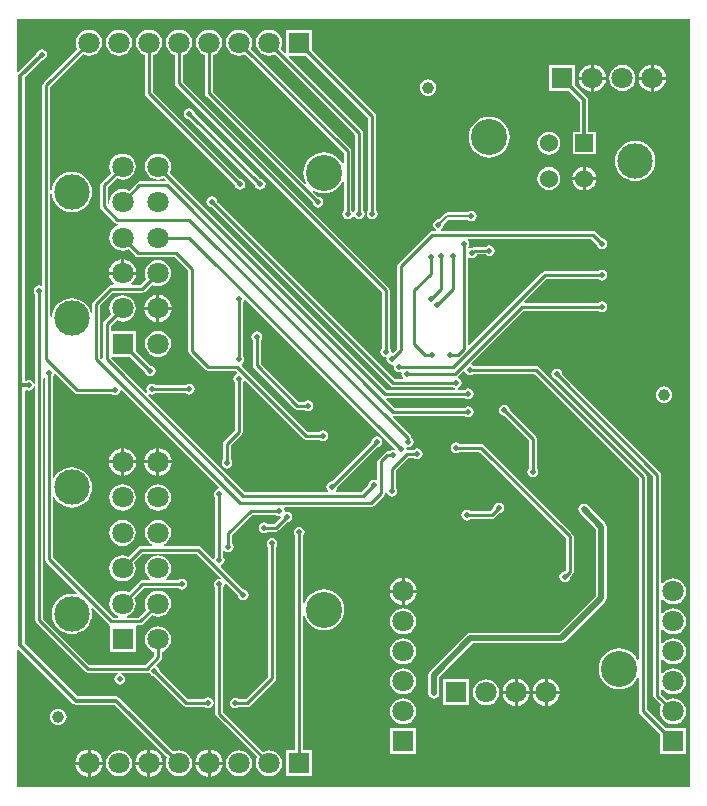
<source format=gbl>
G04*
G04 #@! TF.GenerationSoftware,Altium Limited,Altium Designer,20.0.11 (256)*
G04*
G04 Layer_Physical_Order=2*
G04 Layer_Color=16711680*
%FSLAX44Y44*%
%MOMM*%
G71*
G01*
G75*
%ADD10C,0.2000*%
%ADD12C,0.2500*%
%ADD18C,1.0000*%
%ADD50C,0.5000*%
%ADD53C,0.5000*%
%ADD55C,0.3000*%
%ADD56C,3.0480*%
%ADD57C,1.5300*%
%ADD58R,1.5300X1.5300*%
%ADD59C,3.0000*%
%ADD60R,1.8000X1.8000*%
%ADD61C,1.8000*%
%ADD62R,1.8000X1.8000*%
G36*
X570000Y0D02*
X0D01*
Y116157D01*
X1270Y116683D01*
X47477Y70477D01*
X48634Y69703D01*
X50000Y69431D01*
X82818D01*
X127398Y24851D01*
X126579Y22872D01*
X126201Y20001D01*
X126579Y17129D01*
X127687Y14453D01*
X129450Y12156D01*
X131748Y10392D01*
X134424Y9284D01*
X137295Y8906D01*
X140167Y9284D01*
X142843Y10392D01*
X145141Y12156D01*
X146904Y14453D01*
X148012Y17129D01*
X148390Y20001D01*
X148012Y22872D01*
X146904Y25548D01*
X145141Y27846D01*
X142843Y29609D01*
X140167Y30718D01*
X137295Y31096D01*
X134424Y30718D01*
X132445Y29898D01*
X86820Y75523D01*
X85662Y76297D01*
X84296Y76569D01*
X51478D01*
X6569Y121478D01*
Y335353D01*
X7839Y336032D01*
X8244Y335761D01*
X10000Y335412D01*
X11756Y335761D01*
X13244Y336756D01*
X14239Y338244D01*
X14416Y339136D01*
X15686Y339011D01*
Y141000D01*
X15939Y139732D01*
X16657Y138657D01*
X57657Y97657D01*
X58732Y96939D01*
X60000Y96686D01*
X86011D01*
X86136Y95416D01*
X85244Y95239D01*
X83756Y94244D01*
X82761Y92756D01*
X82412Y91000D01*
X82761Y89244D01*
X83756Y87756D01*
X85244Y86761D01*
X87000Y86412D01*
X88756Y86761D01*
X90244Y87756D01*
X91239Y89244D01*
X91588Y91000D01*
X91239Y92756D01*
X90244Y94244D01*
X88756Y95239D01*
X87864Y95416D01*
X87989Y96686D01*
X110000D01*
X110799Y96845D01*
X111712Y96594D01*
X112326Y96118D01*
X113196Y94816D01*
X114685Y93821D01*
X116318Y93496D01*
X141038Y68777D01*
X142113Y68059D01*
X143381Y67806D01*
X158860D01*
X160244Y66881D01*
X162000Y66532D01*
X163756Y66881D01*
X165244Y67876D01*
X166239Y69364D01*
X166588Y71120D01*
X166239Y72876D01*
X165244Y74364D01*
X163756Y75359D01*
X162000Y75708D01*
X160244Y75359D01*
X158860Y74434D01*
X144753D01*
X121004Y98182D01*
X120680Y99816D01*
X119685Y101304D01*
X118547Y102065D01*
X118184Y103498D01*
X121844Y107157D01*
X122562Y108232D01*
X122814Y109501D01*
Y114466D01*
X125048Y115392D01*
X127346Y117155D01*
X129109Y119453D01*
X130217Y122128D01*
X130596Y125000D01*
X130217Y127872D01*
X129109Y130547D01*
X127346Y132845D01*
X125048Y134608D01*
X122372Y135717D01*
X119501Y136095D01*
X116629Y135717D01*
X113953Y134608D01*
X111655Y132845D01*
X109892Y130547D01*
X108784Y127872D01*
X108406Y125000D01*
X108784Y122128D01*
X109892Y119453D01*
X111655Y117155D01*
X113953Y115392D01*
X116187Y114466D01*
Y110873D01*
X108628Y103314D01*
X61372D01*
X22314Y142373D01*
Y345154D01*
X23584Y345793D01*
X23686Y345717D01*
Y193000D01*
X23939Y191732D01*
X24657Y190657D01*
X51181Y164132D01*
X50528Y163043D01*
X49833Y163254D01*
X46501Y163582D01*
X43168Y163254D01*
X39964Y162282D01*
X37010Y160703D01*
X34422Y158579D01*
X32297Y155990D01*
X30719Y153037D01*
X29747Y149833D01*
X29418Y146500D01*
X29747Y143167D01*
X30719Y139963D01*
X32297Y137010D01*
X34422Y134421D01*
X37010Y132297D01*
X39964Y130718D01*
X43168Y129746D01*
X46501Y129418D01*
X49833Y129746D01*
X53038Y130718D01*
X55991Y132297D01*
X58580Y134421D01*
X60704Y137010D01*
X62283Y139963D01*
X63255Y143167D01*
X63583Y146500D01*
X63255Y149833D01*
X63044Y150528D01*
X64133Y151181D01*
X77657Y137657D01*
X78337Y137202D01*
X78501Y136000D01*
X78501Y135690D01*
Y114000D01*
X100501D01*
Y135416D01*
X100501Y136000D01*
X101486Y136686D01*
X104501D01*
X105769Y136939D01*
X106844Y137657D01*
X114395Y145208D01*
X116629Y144283D01*
X119501Y143905D01*
X122372Y144283D01*
X125048Y145392D01*
X127346Y147155D01*
X129109Y149453D01*
X130217Y152128D01*
X130596Y155000D01*
X130217Y157872D01*
X129109Y160548D01*
X127346Y162845D01*
X125048Y164608D01*
X122372Y165717D01*
X119501Y166095D01*
X116629Y165717D01*
X113953Y164608D01*
X111655Y162845D01*
X109892Y160548D01*
X108784Y157872D01*
X108406Y155000D01*
X108784Y152128D01*
X109709Y149895D01*
X103128Y143314D01*
X93350D01*
X93098Y144584D01*
X95048Y145392D01*
X97346Y147155D01*
X99109Y149453D01*
X100217Y152128D01*
X100596Y155000D01*
X100217Y157872D01*
X99292Y160105D01*
X107323Y168136D01*
X136559D01*
X137944Y167211D01*
X139700Y166862D01*
X141456Y167211D01*
X142944Y168206D01*
X143939Y169694D01*
X144288Y171450D01*
X143939Y173206D01*
X142944Y174694D01*
X141456Y175689D01*
X139700Y176038D01*
X137944Y175689D01*
X136559Y174764D01*
X126316D01*
X125885Y176034D01*
X127346Y177155D01*
X129109Y179453D01*
X130217Y182128D01*
X130596Y185000D01*
X130217Y187872D01*
X129109Y190547D01*
X127346Y192845D01*
X125048Y194608D01*
X122372Y195717D01*
X119642Y196076D01*
X119725Y197346D01*
X152297D01*
X172525Y177119D01*
X171899Y175949D01*
X171450Y176038D01*
X169694Y175689D01*
X168206Y174694D01*
X167211Y173206D01*
X166862Y171450D01*
X167211Y169694D01*
X168136Y168309D01*
Y62046D01*
X168389Y60778D01*
X169107Y59703D01*
X203706Y25104D01*
X202780Y22871D01*
X202402Y19999D01*
X202780Y17128D01*
X203889Y14452D01*
X205652Y12154D01*
X207950Y10391D01*
X210625Y9282D01*
X213497Y8904D01*
X216369Y9282D01*
X219044Y10391D01*
X221342Y12154D01*
X223106Y14452D01*
X224214Y17128D01*
X224592Y19999D01*
X224214Y22871D01*
X223106Y25547D01*
X221342Y27845D01*
X219044Y29608D01*
X216369Y30716D01*
X213497Y31094D01*
X210625Y30716D01*
X208392Y29791D01*
X174764Y63419D01*
Y168309D01*
X175689Y169694D01*
X176038Y171450D01*
X175949Y171899D01*
X177119Y172525D01*
X187206Y162438D01*
X187531Y160804D01*
X188526Y159316D01*
X190014Y158321D01*
X191770Y157972D01*
X193526Y158321D01*
X195014Y159316D01*
X196009Y160804D01*
X196358Y162560D01*
X196009Y164316D01*
X195014Y165804D01*
X193526Y166799D01*
X191892Y167124D01*
X172808Y186208D01*
X173078Y187416D01*
X173251Y187561D01*
X174694Y188526D01*
X175689Y190014D01*
X176038Y191770D01*
X175689Y193526D01*
X174764Y194911D01*
Y199259D01*
X175256Y199582D01*
X176034Y199817D01*
X177314Y198961D01*
X179070Y198612D01*
X180826Y198961D01*
X182314Y199956D01*
X183309Y201444D01*
X183658Y203200D01*
X183309Y204956D01*
X182384Y206341D01*
Y213258D01*
X199493Y230366D01*
X219109D01*
X220494Y229441D01*
X222250Y229092D01*
X222699Y229181D01*
X223325Y228011D01*
X217992Y222679D01*
X212346D01*
X210961Y223604D01*
X209205Y223953D01*
X207449Y223604D01*
X205961Y222609D01*
X204966Y221121D01*
X204617Y219365D01*
X204966Y217609D01*
X205961Y216121D01*
X207449Y215126D01*
X209205Y214777D01*
X210961Y215126D01*
X212346Y216051D01*
X219365D01*
X220633Y216304D01*
X221708Y217022D01*
X228722Y224036D01*
X230356Y224361D01*
X231844Y225356D01*
X232839Y226844D01*
X233188Y228600D01*
X232839Y230356D01*
X231844Y231844D01*
X230356Y232839D01*
X228600Y233188D01*
X228012Y233071D01*
X226838Y233680D01*
X226489Y235436D01*
X226382Y235596D01*
X226980Y236716D01*
X299720D01*
X300988Y236969D01*
X302063Y237687D01*
X310953Y246577D01*
X311671Y247652D01*
X311924Y248920D01*
X313174Y248872D01*
X313261Y248434D01*
X314256Y246946D01*
X315744Y245951D01*
X317500Y245602D01*
X319256Y245951D01*
X320744Y246946D01*
X321739Y248434D01*
X322088Y250190D01*
X321739Y251946D01*
X320814Y253330D01*
Y267868D01*
X331573Y278626D01*
X335950D01*
X337334Y277701D01*
X339090Y277352D01*
X340846Y277701D01*
X342334Y278696D01*
X343329Y280184D01*
X343678Y281940D01*
X343329Y283696D01*
X342334Y285184D01*
X340846Y286179D01*
X339090Y286528D01*
X337334Y286179D01*
X335950Y285254D01*
X330984D01*
X330230Y285567D01*
X329873Y286807D01*
X330702Y287665D01*
X331470Y287512D01*
X333226Y287861D01*
X334714Y288856D01*
X335709Y290344D01*
X336058Y292100D01*
X335709Y293856D01*
X334714Y295344D01*
X334191Y295694D01*
X334053Y296387D01*
X333335Y297461D01*
X317690Y313106D01*
X318316Y314277D01*
X318770Y314186D01*
X379129D01*
X380514Y313261D01*
X382270Y312912D01*
X384026Y313261D01*
X385514Y314256D01*
X386509Y315744D01*
X386858Y317500D01*
X386509Y319256D01*
X385514Y320744D01*
X384026Y321739D01*
X382270Y322088D01*
X380514Y321739D01*
X379129Y320814D01*
X320143D01*
X312800Y328156D01*
X313326Y329426D01*
X379129D01*
X380514Y328501D01*
X382270Y328152D01*
X384026Y328501D01*
X385514Y329496D01*
X386509Y330984D01*
X386858Y332740D01*
X386509Y334496D01*
X385514Y335984D01*
X384026Y336979D01*
X382270Y337328D01*
X380514Y336979D01*
X379129Y336054D01*
X373652D01*
X373527Y337324D01*
X373866Y337391D01*
X375354Y338386D01*
X376349Y339874D01*
X376698Y341630D01*
X376349Y343386D01*
X375354Y344874D01*
X373866Y345869D01*
X373783Y345885D01*
X373511Y347234D01*
X377978Y351702D01*
X379186Y351432D01*
X379331Y351259D01*
X380296Y349816D01*
X381784Y348821D01*
X383540Y348472D01*
X385296Y348821D01*
X386680Y349746D01*
X438047D01*
X526686Y261107D01*
Y108048D01*
X525416Y107730D01*
X524404Y109624D01*
X522249Y112249D01*
X519624Y114404D01*
X516629Y116005D01*
X513380Y116990D01*
X510000Y117323D01*
X506620Y116990D01*
X503371Y116005D01*
X500376Y114404D01*
X497751Y112249D01*
X495596Y109624D01*
X493995Y106629D01*
X493009Y103380D01*
X492677Y100000D01*
X493009Y96620D01*
X493995Y93371D01*
X495596Y90376D01*
X497751Y87751D01*
X500376Y85596D01*
X503371Y83995D01*
X506620Y83010D01*
X510000Y82677D01*
X513380Y83010D01*
X516629Y83995D01*
X519624Y85596D01*
X522249Y87751D01*
X524404Y90376D01*
X525416Y92270D01*
X526686Y91952D01*
Y64100D01*
X526939Y62832D01*
X527657Y61757D01*
X544601Y44813D01*
Y27500D01*
X566601D01*
Y49500D01*
X549287D01*
X533314Y65473D01*
Y262480D01*
X533061Y263748D01*
X532343Y264823D01*
X441763Y355403D01*
X440688Y356121D01*
X439420Y356374D01*
X386680D01*
X385341Y357269D01*
X385168Y357414D01*
X384898Y358622D01*
X429363Y403086D01*
X492160D01*
X493544Y402161D01*
X495300Y401812D01*
X497056Y402161D01*
X498544Y403156D01*
X499539Y404644D01*
X499888Y406400D01*
X499539Y408156D01*
X498544Y409644D01*
X497056Y410639D01*
X495300Y410988D01*
X493544Y410639D01*
X492160Y409714D01*
X430029D01*
X429543Y410887D01*
X448413Y429756D01*
X492160D01*
X493544Y428831D01*
X495300Y428482D01*
X497056Y428831D01*
X498544Y429826D01*
X499539Y431314D01*
X499888Y433070D01*
X499539Y434826D01*
X498544Y436314D01*
X497056Y437309D01*
X495300Y437658D01*
X493544Y437309D01*
X492160Y436384D01*
X447040D01*
X445772Y436131D01*
X444697Y435413D01*
X382947Y373663D01*
X381774Y374149D01*
Y447397D01*
X382894Y447995D01*
X383244Y447761D01*
X385000Y447412D01*
X386756Y447761D01*
X388244Y448756D01*
X389239Y450244D01*
X389327Y450686D01*
X396860D01*
X398244Y449761D01*
X400000Y449412D01*
X401756Y449761D01*
X403244Y450756D01*
X404239Y452244D01*
X404588Y454000D01*
X404239Y455756D01*
X403244Y457244D01*
X401756Y458239D01*
X400000Y458588D01*
X398244Y458239D01*
X396860Y457314D01*
X387677D01*
X386408Y457061D01*
X385540Y456481D01*
X385000Y456588D01*
X383244Y456239D01*
X382912Y456017D01*
X381996Y456932D01*
X382699Y457984D01*
X383048Y459740D01*
X382699Y461496D01*
X381843Y462776D01*
X382078Y463554D01*
X382401Y464046D01*
X486307D01*
X490736Y459618D01*
X491061Y457984D01*
X492056Y456496D01*
X493544Y455501D01*
X495300Y455152D01*
X497056Y455501D01*
X498544Y456496D01*
X499539Y457984D01*
X499888Y459740D01*
X499539Y461496D01*
X498544Y462984D01*
X497056Y463979D01*
X495422Y464304D01*
X490023Y469703D01*
X488948Y470421D01*
X487680Y470674D01*
X359303D01*
X359029Y471944D01*
X360244Y472756D01*
X361239Y474244D01*
X361588Y476000D01*
X361545Y476219D01*
X365537Y480211D01*
X381518D01*
X381642Y480026D01*
X383130Y479031D01*
X384886Y478682D01*
X386642Y479031D01*
X388130Y480026D01*
X389125Y481514D01*
X389474Y483270D01*
X389125Y485026D01*
X388130Y486514D01*
X386642Y487509D01*
X384886Y487858D01*
X383130Y487509D01*
X381642Y486514D01*
X381518Y486329D01*
X364270D01*
X364270Y486329D01*
X363100Y486096D01*
X362107Y485433D01*
X362107Y485433D01*
X357219Y480545D01*
X357000Y480588D01*
X355244Y480239D01*
X353756Y479244D01*
X352761Y477756D01*
X352412Y476000D01*
X352761Y474244D01*
X353756Y472756D01*
X354971Y471944D01*
X354697Y470674D01*
X351790D01*
X350522Y470421D01*
X349447Y469703D01*
X322777Y443033D01*
X322059Y441958D01*
X321806Y440690D01*
Y370942D01*
X318089Y367225D01*
X316919Y367851D01*
X317008Y368300D01*
X316659Y370056D01*
X315734Y371441D01*
Y420370D01*
X315481Y421638D01*
X314763Y422713D01*
X140474Y597002D01*
Y619411D01*
X142843Y620392D01*
X145141Y622156D01*
X146904Y624453D01*
X148012Y627129D01*
X148390Y630001D01*
X148012Y632872D01*
X146904Y635548D01*
X145141Y637846D01*
X142843Y639609D01*
X140167Y640718D01*
X137295Y641096D01*
X134424Y640718D01*
X131748Y639609D01*
X129450Y637846D01*
X127687Y635548D01*
X126579Y632872D01*
X126201Y630001D01*
X126579Y627129D01*
X127687Y624453D01*
X129450Y622156D01*
X131748Y620392D01*
X133846Y619523D01*
Y595630D01*
X134099Y594362D01*
X134817Y593287D01*
X309106Y418997D01*
Y371441D01*
X308181Y370056D01*
X307832Y368300D01*
X308181Y366544D01*
X309176Y365056D01*
X310664Y364061D01*
X312420Y363712D01*
X313029Y362538D01*
X312912Y361950D01*
X313261Y360194D01*
X314256Y358706D01*
X315744Y357711D01*
X317500Y357362D01*
X318351Y357531D01*
X319431Y356451D01*
X319262Y355600D01*
X319611Y353844D01*
X320606Y352356D01*
X322094Y351361D01*
X323850Y351012D01*
X324701Y351181D01*
X325781Y350101D01*
X325612Y349250D01*
X325961Y347494D01*
X326817Y346214D01*
X326582Y345435D01*
X326259Y344944D01*
X320143D01*
X169664Y495422D01*
X169339Y497056D01*
X168344Y498544D01*
X166856Y499539D01*
X165100Y499888D01*
X163344Y499539D01*
X161856Y498544D01*
X160861Y497056D01*
X160512Y495300D01*
X160861Y493544D01*
X161856Y492056D01*
X163344Y491061D01*
X164978Y490736D01*
X316427Y339287D01*
X317502Y338569D01*
X318770Y338316D01*
X368969D01*
X370354Y337391D01*
X370693Y337324D01*
X370568Y336054D01*
X313132D01*
X129292Y519895D01*
X130217Y522128D01*
X130595Y525000D01*
X130217Y527872D01*
X129108Y530547D01*
X127345Y532845D01*
X125048Y534608D01*
X122372Y535717D01*
X119500Y536095D01*
X116628Y535717D01*
X113953Y534608D01*
X111655Y532845D01*
X109892Y530547D01*
X108783Y527872D01*
X108405Y525000D01*
X108783Y522128D01*
X109892Y519453D01*
X111655Y517155D01*
X113953Y515392D01*
X116628Y514283D01*
X119500Y513905D01*
X122372Y514283D01*
X124605Y515208D01*
X125960Y513854D01*
X125434Y512584D01*
X103770D01*
X102502Y512331D01*
X101427Y511613D01*
X94605Y504792D01*
X92372Y505717D01*
X89500Y506095D01*
X86629Y505717D01*
X83953Y504608D01*
X81655Y502845D01*
X79892Y500547D01*
X78783Y497872D01*
X78405Y495000D01*
X78535Y494012D01*
X77351Y493280D01*
X76974Y493536D01*
Y507787D01*
X84395Y515208D01*
X86629Y514283D01*
X89500Y513905D01*
X92372Y514283D01*
X95048Y515392D01*
X97345Y517155D01*
X99108Y519453D01*
X100217Y522128D01*
X100595Y525000D01*
X100217Y527872D01*
X99108Y530547D01*
X97345Y532845D01*
X95048Y534608D01*
X92372Y535717D01*
X89500Y536095D01*
X86629Y535717D01*
X83953Y534608D01*
X81655Y532845D01*
X79892Y530547D01*
X78783Y527872D01*
X78405Y525000D01*
X78783Y522128D01*
X79708Y519895D01*
X71317Y511503D01*
X70599Y510428D01*
X70346Y509160D01*
Y491490D01*
X70599Y490222D01*
X71317Y489147D01*
X82747Y477717D01*
X83822Y476999D01*
X85090Y476746D01*
X85795D01*
X86048Y475476D01*
X83953Y474608D01*
X81655Y472845D01*
X79892Y470547D01*
X78783Y467872D01*
X78405Y465000D01*
X78783Y462128D01*
X79892Y459453D01*
X81655Y457155D01*
X83953Y455392D01*
X86629Y454283D01*
X89500Y453905D01*
X92372Y454283D01*
X94605Y455208D01*
X100157Y449657D01*
X101232Y448939D01*
X102500Y448686D01*
X133628D01*
X145276Y437038D01*
Y368935D01*
X145529Y367667D01*
X146247Y366592D01*
X159582Y353257D01*
X160657Y352539D01*
X161925Y352286D01*
X185317D01*
X186602Y351002D01*
X186332Y349794D01*
X186159Y349649D01*
X184716Y348684D01*
X183721Y347196D01*
X183372Y345440D01*
X183721Y343684D01*
X184646Y342299D01*
Y301969D01*
X175657Y292979D01*
X174939Y291904D01*
X174686Y290636D01*
Y277141D01*
X173761Y275756D01*
X173412Y274000D01*
X173761Y272244D01*
X174756Y270756D01*
X176244Y269761D01*
X178000Y269412D01*
X179756Y269761D01*
X181244Y270756D01*
X182239Y272244D01*
X182588Y274000D01*
X182239Y275756D01*
X181314Y277141D01*
Y289264D01*
X190303Y298253D01*
X191021Y299328D01*
X191274Y300596D01*
Y342299D01*
X192169Y343639D01*
X192314Y343812D01*
X193522Y344082D01*
X242767Y294837D01*
X243842Y294119D01*
X245110Y293866D01*
X255940D01*
X257324Y292941D01*
X259080Y292592D01*
X260836Y292941D01*
X262324Y293936D01*
X263319Y295424D01*
X263668Y297180D01*
X263319Y298936D01*
X262324Y300424D01*
X260836Y301419D01*
X259080Y301768D01*
X257324Y301419D01*
X255940Y300494D01*
X246483D01*
X190338Y356638D01*
X190522Y358250D01*
X191204Y358706D01*
X192199Y360194D01*
X192548Y361950D01*
X192199Y363706D01*
X191274Y365090D01*
Y409609D01*
X192199Y410994D01*
X192397Y411991D01*
X193775Y412409D01*
X319844Y286339D01*
X319219Y285169D01*
X318770Y285258D01*
X317014Y284909D01*
X315630Y283984D01*
X313690D01*
X312422Y283731D01*
X311347Y283013D01*
X306267Y277933D01*
X305549Y276858D01*
X305296Y275590D01*
Y260000D01*
X304176Y259402D01*
X304016Y259509D01*
X302260Y259858D01*
X300504Y259509D01*
X299016Y258514D01*
X298021Y257026D01*
X297696Y255392D01*
X291998Y249694D01*
X270641D01*
X270318Y250186D01*
X270083Y250964D01*
X270939Y252244D01*
X271264Y253878D01*
X304922Y287536D01*
X306556Y287861D01*
X308044Y288856D01*
X309039Y290344D01*
X309388Y292100D01*
X309039Y293856D01*
X308044Y295344D01*
X306556Y296339D01*
X304800Y296688D01*
X303044Y296339D01*
X301556Y295344D01*
X300561Y293856D01*
X300236Y292222D01*
X266578Y258564D01*
X264944Y258239D01*
X263456Y257244D01*
X262461Y255756D01*
X262112Y254000D01*
X262461Y252244D01*
X263317Y250964D01*
X263082Y250186D01*
X262759Y249694D01*
X193143D01*
X111062Y331774D01*
X111872Y332760D01*
X112544Y332311D01*
X114300Y331962D01*
X116056Y332311D01*
X117441Y333236D01*
X142909D01*
X144294Y332311D01*
X146050Y331962D01*
X147806Y332311D01*
X149294Y333306D01*
X150289Y334794D01*
X150638Y336550D01*
X150289Y338306D01*
X149294Y339794D01*
X147806Y340789D01*
X146050Y341138D01*
X144294Y340789D01*
X142909Y339864D01*
X117441D01*
X116056Y340789D01*
X114300Y341138D01*
X112544Y340789D01*
X111056Y339794D01*
X110061Y338306D01*
X109712Y336550D01*
X110061Y334794D01*
X110510Y334122D01*
X109524Y333312D01*
X80106Y362730D01*
X80632Y364000D01*
X95814D01*
X108560Y351254D01*
X108761Y350244D01*
X109756Y348756D01*
X111244Y347761D01*
X113000Y347412D01*
X114756Y347761D01*
X116244Y348756D01*
X117239Y350244D01*
X117588Y352000D01*
X117239Y353756D01*
X116244Y355244D01*
X114756Y356239D01*
X113000Y356588D01*
X112665Y356521D01*
X100500Y368686D01*
Y386000D01*
X79514D01*
Y390327D01*
X84395Y395208D01*
X86629Y394283D01*
X89500Y393905D01*
X92372Y394283D01*
X95048Y395392D01*
X97345Y397155D01*
X99108Y399453D01*
X100217Y402128D01*
X100595Y405000D01*
X100217Y407872D01*
X99108Y410547D01*
X97345Y412845D01*
X95048Y414608D01*
X92372Y415717D01*
X89500Y416095D01*
X86629Y415717D01*
X83953Y414608D01*
X81655Y412845D01*
X79892Y410547D01*
X78783Y407872D01*
X78405Y405000D01*
X78783Y402128D01*
X79708Y399895D01*
X73857Y394043D01*
X73139Y392968D01*
X72886Y391700D01*
Y362856D01*
X71616Y362330D01*
X70624Y363322D01*
Y407567D01*
X81383Y418326D01*
X106140D01*
X107408Y418579D01*
X108483Y419297D01*
X114395Y425208D01*
X116628Y424283D01*
X119500Y423905D01*
X122372Y424283D01*
X125048Y425392D01*
X127345Y427155D01*
X129108Y429453D01*
X130217Y432128D01*
X130595Y435000D01*
X130217Y437872D01*
X129108Y440547D01*
X127345Y442845D01*
X125048Y444608D01*
X122372Y445717D01*
X119500Y446095D01*
X116628Y445717D01*
X113953Y444608D01*
X111655Y442845D01*
X109892Y440547D01*
X108783Y437872D01*
X108405Y435000D01*
X108783Y432128D01*
X109708Y429895D01*
X104768Y424954D01*
X97339D01*
X96931Y426156D01*
X97730Y426770D01*
X99580Y429180D01*
X100743Y431987D01*
X100972Y433730D01*
X89500D01*
X78028D01*
X78257Y431987D01*
X79420Y429180D01*
X81270Y426770D01*
X82069Y426156D01*
X81661Y424954D01*
X80010D01*
X78742Y424701D01*
X77667Y423983D01*
X64967Y411283D01*
X64249Y410208D01*
X63996Y408940D01*
Y401761D01*
X62726Y401572D01*
X62282Y403037D01*
X60703Y405990D01*
X58579Y408579D01*
X55990Y410703D01*
X53037Y412282D01*
X49833Y413254D01*
X46500Y413582D01*
X43168Y413254D01*
X39963Y412282D01*
X37010Y410703D01*
X34421Y408579D01*
X32297Y405990D01*
X30718Y403037D01*
X29746Y399833D01*
X29584Y398184D01*
X28314Y398246D01*
Y501754D01*
X29584Y501816D01*
X29746Y500167D01*
X30718Y496963D01*
X32297Y494010D01*
X34421Y491421D01*
X37010Y489297D01*
X39963Y487718D01*
X43168Y486746D01*
X46500Y486418D01*
X49833Y486746D01*
X53037Y487718D01*
X55990Y489297D01*
X58579Y491421D01*
X60703Y494010D01*
X62282Y496963D01*
X63254Y500167D01*
X63582Y503500D01*
X63254Y506833D01*
X62282Y510037D01*
X60703Y512990D01*
X58579Y515579D01*
X55990Y517703D01*
X53037Y519282D01*
X49833Y520254D01*
X46500Y520582D01*
X43168Y520254D01*
X39963Y519282D01*
X37010Y517703D01*
X34421Y515579D01*
X32297Y512990D01*
X30718Y510037D01*
X29746Y506833D01*
X29584Y505184D01*
X28314Y505247D01*
Y592531D01*
X55991Y620208D01*
X58225Y619283D01*
X61097Y618905D01*
X63968Y619283D01*
X66644Y620392D01*
X68942Y622155D01*
X70705Y624453D01*
X71814Y627128D01*
X72192Y630000D01*
X71814Y632872D01*
X70705Y635547D01*
X68942Y637845D01*
X66644Y639608D01*
X63968Y640717D01*
X61097Y641095D01*
X58225Y640717D01*
X55549Y639608D01*
X53251Y637845D01*
X51488Y635547D01*
X50380Y632872D01*
X50002Y630000D01*
X50380Y627128D01*
X51305Y624895D01*
X22657Y596246D01*
X21939Y595172D01*
X21686Y593903D01*
Y425028D01*
X20416Y424306D01*
X19000Y424588D01*
X17244Y424239D01*
X15756Y423244D01*
X14761Y421756D01*
X14412Y420000D01*
X14761Y418244D01*
X15686Y416860D01*
Y340989D01*
X14416Y340864D01*
X14239Y341756D01*
X13244Y343244D01*
X11756Y344239D01*
X10000Y344588D01*
X8244Y344239D01*
X7839Y343968D01*
X6569Y344647D01*
Y600522D01*
X21572Y615526D01*
X22756Y615761D01*
X24244Y616756D01*
X25239Y618244D01*
X25588Y620000D01*
X25239Y621756D01*
X24244Y623244D01*
X22756Y624239D01*
X21000Y624588D01*
X19244Y624239D01*
X17756Y623244D01*
X16761Y621756D01*
X16526Y620572D01*
X1270Y605317D01*
X0Y605843D01*
Y650000D01*
X570000D01*
Y0D01*
D02*
G37*
G36*
X49007Y333657D02*
X50082Y332939D01*
X51350Y332686D01*
X79859D01*
X81244Y331761D01*
X83000Y331412D01*
X84756Y331761D01*
X86244Y332756D01*
X87239Y334244D01*
X87454Y335324D01*
X88832Y335742D01*
X171109Y253465D01*
X170691Y252087D01*
X169694Y251889D01*
X168206Y250894D01*
X167211Y249406D01*
X166862Y247650D01*
X167211Y245894D01*
X168136Y244510D01*
Y194911D01*
X167241Y193571D01*
X167096Y193398D01*
X165888Y193128D01*
X156013Y203003D01*
X154938Y203721D01*
X153670Y203974D01*
X124944D01*
X124691Y205244D01*
X125048Y205392D01*
X127346Y207155D01*
X129109Y209453D01*
X130217Y212129D01*
X130596Y215000D01*
X130217Y217872D01*
X129109Y220548D01*
X127346Y222845D01*
X125048Y224608D01*
X122372Y225717D01*
X119501Y226095D01*
X116629Y225717D01*
X113953Y224608D01*
X111655Y222845D01*
X109892Y220548D01*
X108784Y217872D01*
X108406Y215000D01*
X108784Y212129D01*
X109892Y209453D01*
X111655Y207155D01*
X113953Y205392D01*
X114310Y205244D01*
X114058Y203974D01*
X105161D01*
X103892Y203721D01*
X102817Y203003D01*
X94606Y194792D01*
X92372Y195717D01*
X89501Y196095D01*
X86629Y195717D01*
X83953Y194608D01*
X81655Y192845D01*
X79892Y190547D01*
X78784Y187872D01*
X78406Y185000D01*
X78784Y182128D01*
X79892Y179453D01*
X81655Y177155D01*
X83953Y175392D01*
X86629Y174283D01*
X89501Y173905D01*
X92372Y174283D01*
X95048Y175392D01*
X97346Y177155D01*
X99109Y179453D01*
X100217Y182128D01*
X100596Y185000D01*
X100217Y187872D01*
X99292Y190105D01*
X106533Y197346D01*
X119276D01*
X119360Y196076D01*
X116629Y195717D01*
X113953Y194608D01*
X111655Y192845D01*
X109892Y190547D01*
X108784Y187872D01*
X108406Y185000D01*
X108784Y182128D01*
X109892Y179453D01*
X111655Y177155D01*
X113116Y176034D01*
X112685Y174764D01*
X105951D01*
X104683Y174511D01*
X103608Y173793D01*
X94606Y164792D01*
X92372Y165717D01*
X89501Y166095D01*
X86629Y165717D01*
X83953Y164608D01*
X81655Y162845D01*
X79892Y160548D01*
X78784Y157872D01*
X78406Y155000D01*
X78784Y152128D01*
X79892Y149453D01*
X81655Y147155D01*
X83953Y145392D01*
X85904Y144584D01*
X85651Y143314D01*
X81373D01*
X30314Y194373D01*
Y245026D01*
X31584Y245345D01*
X32297Y244010D01*
X34422Y241421D01*
X37010Y239297D01*
X39964Y237718D01*
X43168Y236746D01*
X46501Y236418D01*
X49833Y236746D01*
X53038Y237718D01*
X55991Y239297D01*
X58580Y241421D01*
X60704Y244010D01*
X62283Y246963D01*
X63255Y250167D01*
X63583Y253500D01*
X63255Y256833D01*
X62283Y260037D01*
X60704Y262990D01*
X58580Y265579D01*
X55991Y267703D01*
X53038Y269282D01*
X49833Y270254D01*
X46501Y270582D01*
X43168Y270254D01*
X39964Y269282D01*
X37010Y267703D01*
X34422Y265579D01*
X32297Y262990D01*
X31584Y261655D01*
X30314Y261973D01*
Y346860D01*
X31239Y348244D01*
X31469Y349399D01*
X32814Y349849D01*
X49007Y333657D01*
D02*
G37*
%LPC*%
G36*
X86497Y641095D02*
X83625Y640717D01*
X80949Y639608D01*
X78651Y637845D01*
X76888Y635547D01*
X75780Y632872D01*
X75402Y630000D01*
X75780Y627128D01*
X76888Y624453D01*
X78651Y622155D01*
X80949Y620392D01*
X83625Y619283D01*
X86497Y618905D01*
X89368Y619283D01*
X92044Y620392D01*
X94342Y622155D01*
X96105Y624453D01*
X97213Y627128D01*
X97591Y630000D01*
X97213Y632872D01*
X96105Y635547D01*
X94342Y637845D01*
X92044Y639608D01*
X89368Y640717D01*
X86497Y641095D01*
D02*
G37*
G36*
X539370Y611472D02*
Y601270D01*
X549572D01*
X549343Y603013D01*
X548180Y605820D01*
X546330Y608230D01*
X543920Y610080D01*
X541113Y611243D01*
X539370Y611472D01*
D02*
G37*
G36*
X488570D02*
Y601270D01*
X498772D01*
X498543Y603013D01*
X497380Y605820D01*
X495530Y608230D01*
X493120Y610080D01*
X490312Y611243D01*
X488570Y611472D01*
D02*
G37*
G36*
X536830Y611472D02*
X535087Y611243D01*
X532280Y610080D01*
X529870Y608230D01*
X528020Y605820D01*
X526857Y603013D01*
X526628Y601270D01*
X536830D01*
Y611472D01*
D02*
G37*
G36*
X486030D02*
X484287Y611243D01*
X481480Y610080D01*
X479070Y608230D01*
X477220Y605820D01*
X476057Y603013D01*
X475828Y601270D01*
X486030D01*
Y611472D01*
D02*
G37*
G36*
X512700Y611095D02*
X509828Y610717D01*
X507153Y609608D01*
X504855Y607845D01*
X503092Y605547D01*
X501983Y602872D01*
X501605Y600000D01*
X501983Y597128D01*
X503092Y594453D01*
X504855Y592155D01*
X507153Y590392D01*
X509828Y589283D01*
X512700Y588905D01*
X515572Y589283D01*
X518247Y590392D01*
X520545Y592155D01*
X522309Y594453D01*
X523417Y597128D01*
X523795Y600000D01*
X523417Y602872D01*
X522309Y605547D01*
X520545Y607845D01*
X518247Y609608D01*
X515572Y610717D01*
X512700Y611095D01*
D02*
G37*
G36*
X536830Y598730D02*
X526628D01*
X526857Y596987D01*
X528020Y594180D01*
X529870Y591770D01*
X532280Y589920D01*
X535087Y588757D01*
X536830Y588528D01*
Y598730D01*
D02*
G37*
G36*
X486030D02*
X475828D01*
X476057Y596987D01*
X477220Y594180D01*
X479070Y591770D01*
X481480Y589920D01*
X484287Y588757D01*
X486030Y588528D01*
Y598730D01*
D02*
G37*
G36*
X549572D02*
X539370D01*
Y588528D01*
X541113Y588757D01*
X543920Y589920D01*
X546330Y591770D01*
X548180Y594180D01*
X549343Y596987D01*
X549572Y598730D01*
D02*
G37*
G36*
X498772D02*
X488570D01*
Y588528D01*
X490312Y588757D01*
X493120Y589920D01*
X495530Y591770D01*
X497380Y594180D01*
X498543Y596987D01*
X498772Y598730D01*
D02*
G37*
G36*
X348000Y599060D02*
X346173Y598820D01*
X344470Y598115D01*
X343008Y596992D01*
X341885Y595530D01*
X341180Y593827D01*
X340940Y592000D01*
X341180Y590173D01*
X341885Y588470D01*
X343008Y587007D01*
X344470Y585886D01*
X346173Y585180D01*
X348000Y584940D01*
X349827Y585180D01*
X351530Y585886D01*
X352993Y587007D01*
X354114Y588470D01*
X354820Y590173D01*
X355060Y592000D01*
X354820Y593827D01*
X354114Y595530D01*
X352993Y596992D01*
X351530Y598115D01*
X349827Y598820D01*
X348000Y599060D01*
D02*
G37*
G36*
X472900Y611000D02*
X450900D01*
Y589000D01*
X467853D01*
X476831Y580022D01*
Y554650D01*
X470750D01*
Y535350D01*
X490050D01*
Y554650D01*
X483969D01*
Y581500D01*
X483697Y582866D01*
X482923Y584023D01*
X472900Y594047D01*
Y611000D01*
D02*
G37*
G36*
X450400Y554733D02*
X447881Y554402D01*
X445533Y553429D01*
X443517Y551883D01*
X441971Y549867D01*
X440998Y547519D01*
X440667Y545000D01*
X440998Y542481D01*
X441971Y540133D01*
X443517Y538118D01*
X445533Y536571D01*
X447881Y535598D01*
X450400Y535267D01*
X452919Y535598D01*
X455267Y536571D01*
X457282Y538118D01*
X458829Y540133D01*
X459802Y542481D01*
X460133Y545000D01*
X459802Y547519D01*
X458829Y549867D01*
X457282Y551883D01*
X455267Y553429D01*
X452919Y554402D01*
X450400Y554733D01*
D02*
G37*
G36*
X400000Y567323D02*
X396620Y566991D01*
X393371Y566005D01*
X390376Y564404D01*
X387751Y562249D01*
X385596Y559624D01*
X383995Y556629D01*
X383009Y553380D01*
X382677Y550000D01*
X383009Y546620D01*
X383995Y543371D01*
X385596Y540376D01*
X387751Y537751D01*
X390376Y535596D01*
X393371Y533995D01*
X396620Y533009D01*
X400000Y532677D01*
X403380Y533009D01*
X406629Y533995D01*
X409624Y535596D01*
X412249Y537751D01*
X414404Y540376D01*
X416005Y543371D01*
X416991Y546620D01*
X417323Y550000D01*
X416991Y553380D01*
X416005Y556629D01*
X414404Y559624D01*
X412249Y562249D01*
X409624Y564404D01*
X406629Y566005D01*
X403380Y566991D01*
X400000Y567323D01*
D02*
G37*
G36*
X481670Y525111D02*
Y516270D01*
X490511D01*
X490328Y517660D01*
X489301Y520139D01*
X487668Y522268D01*
X485539Y523901D01*
X483060Y524928D01*
X481670Y525111D01*
D02*
G37*
G36*
X479130D02*
X477740Y524928D01*
X475261Y523901D01*
X473132Y522268D01*
X471499Y520139D01*
X470472Y517660D01*
X470289Y516270D01*
X479130D01*
Y525111D01*
D02*
G37*
G36*
X523600Y547082D02*
X520267Y546754D01*
X517063Y545782D01*
X514110Y544203D01*
X511521Y542079D01*
X509397Y539490D01*
X507818Y536537D01*
X506846Y533333D01*
X506518Y530000D01*
X506846Y526668D01*
X507818Y523463D01*
X509397Y520510D01*
X511521Y517921D01*
X514110Y515797D01*
X517063Y514218D01*
X520267Y513246D01*
X523600Y512918D01*
X526933Y513246D01*
X530137Y514218D01*
X533090Y515797D01*
X535679Y517921D01*
X537803Y520510D01*
X539382Y523463D01*
X540354Y526668D01*
X540682Y530000D01*
X540354Y533333D01*
X539382Y536537D01*
X537803Y539490D01*
X535679Y542079D01*
X533090Y544203D01*
X530137Y545782D01*
X526933Y546754D01*
X523600Y547082D01*
D02*
G37*
G36*
X146000Y574588D02*
X144244Y574239D01*
X142756Y573244D01*
X141761Y571756D01*
X141412Y570000D01*
X141761Y568244D01*
X142756Y566756D01*
X144244Y565761D01*
X145878Y565436D01*
X201436Y509878D01*
X201761Y508244D01*
X202756Y506756D01*
X204244Y505761D01*
X206000Y505412D01*
X207756Y505761D01*
X209244Y506756D01*
X210239Y508244D01*
X210588Y510000D01*
X210239Y511756D01*
X209244Y513244D01*
X207756Y514239D01*
X206122Y514564D01*
X150564Y570122D01*
X150239Y571756D01*
X149244Y573244D01*
X147756Y574239D01*
X146000Y574588D01*
D02*
G37*
G36*
X111896Y641095D02*
X109025Y640717D01*
X106349Y639608D01*
X104051Y637845D01*
X102288Y635547D01*
X101179Y632872D01*
X100801Y630000D01*
X101179Y627128D01*
X102288Y624453D01*
X104051Y622155D01*
X106349Y620392D01*
X108583Y619466D01*
Y587104D01*
X108835Y585836D01*
X109553Y584761D01*
X184436Y509878D01*
X184761Y508244D01*
X185756Y506756D01*
X187244Y505761D01*
X189000Y505412D01*
X190756Y505761D01*
X192244Y506756D01*
X193239Y508244D01*
X193588Y510000D01*
X193239Y511756D01*
X192244Y513244D01*
X190756Y514239D01*
X189123Y514564D01*
X115210Y588476D01*
Y619466D01*
X117444Y620392D01*
X119741Y622155D01*
X121505Y624453D01*
X122613Y627128D01*
X122991Y630000D01*
X122613Y632872D01*
X121505Y635547D01*
X119741Y637845D01*
X117444Y639608D01*
X114768Y640717D01*
X111896Y641095D01*
D02*
G37*
G36*
X450400Y524733D02*
X447881Y524402D01*
X445533Y523429D01*
X443517Y521883D01*
X441971Y519867D01*
X440998Y517519D01*
X440667Y515000D01*
X440998Y512481D01*
X441971Y510133D01*
X443517Y508118D01*
X445533Y506571D01*
X447881Y505598D01*
X450400Y505267D01*
X452919Y505598D01*
X455267Y506571D01*
X457282Y508118D01*
X458829Y510133D01*
X459802Y512481D01*
X460133Y515000D01*
X459802Y517519D01*
X458829Y519867D01*
X457282Y521883D01*
X455267Y523429D01*
X452919Y524402D01*
X450400Y524733D01*
D02*
G37*
G36*
X479130Y513730D02*
X470289D01*
X470472Y512340D01*
X471499Y509861D01*
X473132Y507732D01*
X475261Y506099D01*
X477740Y505072D01*
X479130Y504889D01*
Y513730D01*
D02*
G37*
G36*
X490511D02*
X481670D01*
Y504889D01*
X483060Y505072D01*
X485539Y506099D01*
X487668Y507732D01*
X489301Y509861D01*
X490328Y512340D01*
X490511Y513730D01*
D02*
G37*
G36*
X213497Y641094D02*
X210625Y640716D01*
X207950Y639608D01*
X205652Y637845D01*
X203889Y635547D01*
X202780Y632871D01*
X202402Y629999D01*
X202780Y627128D01*
X203889Y624452D01*
X205652Y622154D01*
X207950Y620391D01*
X210625Y619282D01*
X213497Y618904D01*
X216369Y619282D01*
X218602Y620208D01*
X286686Y552124D01*
Y488140D01*
X285761Y486756D01*
X285647Y486184D01*
X284353D01*
X284239Y486756D01*
X283314Y488140D01*
Y538096D01*
X283061Y539364D01*
X282343Y540439D01*
X197889Y624894D01*
X198814Y627128D01*
X199192Y629999D01*
X198814Y632871D01*
X197705Y635547D01*
X195942Y637845D01*
X193645Y639608D01*
X190969Y640716D01*
X188097Y641094D01*
X185226Y640716D01*
X182550Y639608D01*
X180252Y637845D01*
X178489Y635547D01*
X177380Y632871D01*
X177002Y629999D01*
X177380Y627128D01*
X178489Y624452D01*
X180252Y622154D01*
X182550Y620391D01*
X185226Y619282D01*
X188097Y618904D01*
X190969Y619282D01*
X193202Y620208D01*
X276686Y536724D01*
Y528048D01*
X275416Y527730D01*
X274404Y529624D01*
X272250Y532249D01*
X269624Y534404D01*
X266629Y536005D01*
X263380Y536991D01*
X260000Y537323D01*
X256620Y536991D01*
X253371Y536005D01*
X250376Y534404D01*
X247750Y532249D01*
X245596Y529624D01*
X243995Y526629D01*
X243009Y523380D01*
X242677Y520000D01*
X243009Y516620D01*
X243995Y513371D01*
X245010Y511472D01*
X243979Y510708D01*
X166011Y588675D01*
Y619465D01*
X168244Y620391D01*
X170542Y622154D01*
X172306Y624452D01*
X173414Y627128D01*
X173792Y629999D01*
X173414Y632871D01*
X172306Y635547D01*
X170542Y637845D01*
X168244Y639608D01*
X165569Y640716D01*
X162697Y641094D01*
X159825Y640716D01*
X157150Y639608D01*
X154852Y637845D01*
X153089Y635547D01*
X151980Y632871D01*
X151602Y629999D01*
X151980Y627128D01*
X153089Y624452D01*
X154852Y622154D01*
X157150Y620391D01*
X159383Y619465D01*
Y587303D01*
X159636Y586035D01*
X160354Y584960D01*
X250436Y494878D01*
X250761Y493244D01*
X251756Y491756D01*
X253244Y490761D01*
X255000Y490412D01*
X256756Y490761D01*
X258244Y491756D01*
X259239Y493244D01*
X259588Y495000D01*
X259239Y496756D01*
X258244Y498244D01*
X256756Y499239D01*
X255122Y499564D01*
X250708Y503979D01*
X251472Y505010D01*
X253371Y503995D01*
X256620Y503009D01*
X260000Y502677D01*
X263380Y503009D01*
X266629Y503995D01*
X269624Y505596D01*
X272250Y507751D01*
X274404Y510376D01*
X275416Y512270D01*
X276686Y511952D01*
Y488140D01*
X275761Y486756D01*
X275412Y485000D01*
X275761Y483244D01*
X276756Y481756D01*
X278244Y480761D01*
X280000Y480412D01*
X281756Y480761D01*
X283244Y481756D01*
X284239Y483244D01*
X284353Y483816D01*
X285647D01*
X285761Y483244D01*
X286756Y481756D01*
X288244Y480761D01*
X290000Y480412D01*
X291756Y480761D01*
X293244Y481756D01*
X294239Y483244D01*
X294588Y485000D01*
X294239Y486756D01*
X293314Y488140D01*
Y553496D01*
X293061Y554764D01*
X292343Y555839D01*
X230357Y617826D01*
X230843Y618999D01*
X245211D01*
X297676Y566534D01*
Y488140D01*
X296751Y486756D01*
X296402Y485000D01*
X296751Y483244D01*
X297746Y481756D01*
X299234Y480761D01*
X300990Y480412D01*
X302746Y480761D01*
X304234Y481756D01*
X305229Y483244D01*
X305578Y485000D01*
X305229Y486756D01*
X304304Y488140D01*
Y567906D01*
X304051Y569174D01*
X303333Y570249D01*
X249897Y623685D01*
Y640999D01*
X227897D01*
Y621945D01*
X226724Y621459D01*
X223289Y624894D01*
X224214Y627128D01*
X224592Y629999D01*
X224214Y632871D01*
X223106Y635547D01*
X221342Y637845D01*
X219044Y639608D01*
X216369Y640716D01*
X213497Y641094D01*
D02*
G37*
G36*
X90770Y446472D02*
Y436270D01*
X100972D01*
X100743Y438013D01*
X99580Y440820D01*
X97730Y443230D01*
X95320Y445080D01*
X92513Y446243D01*
X90770Y446472D01*
D02*
G37*
G36*
X88230Y446472D02*
X86488Y446243D01*
X83680Y445080D01*
X81270Y443230D01*
X79420Y440820D01*
X78257Y438013D01*
X78028Y436270D01*
X88230D01*
Y446472D01*
D02*
G37*
G36*
X120770Y416472D02*
Y406270D01*
X130972D01*
X130743Y408013D01*
X129580Y410820D01*
X127730Y413230D01*
X125320Y415080D01*
X122513Y416243D01*
X120770Y416472D01*
D02*
G37*
G36*
X118230Y416472D02*
X116488Y416243D01*
X113680Y415080D01*
X111270Y413230D01*
X109420Y410820D01*
X108257Y408013D01*
X108028Y406270D01*
X118230D01*
Y416472D01*
D02*
G37*
G36*
X130972Y403730D02*
X120770D01*
Y393528D01*
X122513Y393757D01*
X125320Y394920D01*
X127730Y396770D01*
X129580Y399180D01*
X130743Y401987D01*
X130972Y403730D01*
D02*
G37*
G36*
X118230D02*
X108028D01*
X108257Y401987D01*
X109420Y399180D01*
X111270Y396770D01*
X113680Y394920D01*
X116488Y393757D01*
X118230Y393528D01*
Y403730D01*
D02*
G37*
G36*
X119500Y386095D02*
X116628Y385717D01*
X113953Y384608D01*
X111655Y382845D01*
X109892Y380547D01*
X108783Y377872D01*
X108405Y375000D01*
X108783Y372128D01*
X109892Y369453D01*
X111655Y367155D01*
X113953Y365392D01*
X116628Y364283D01*
X119500Y363905D01*
X122372Y364283D01*
X125048Y365392D01*
X127345Y367155D01*
X129108Y369453D01*
X130217Y372128D01*
X130595Y375000D01*
X130217Y377872D01*
X129108Y380547D01*
X127345Y382845D01*
X125048Y384608D01*
X122372Y385717D01*
X119500Y386095D01*
D02*
G37*
G36*
X548000Y339060D02*
X546173Y338820D01*
X544470Y338115D01*
X543008Y336992D01*
X541885Y335530D01*
X541180Y333827D01*
X540940Y332000D01*
X541180Y330173D01*
X541885Y328470D01*
X543008Y327008D01*
X544470Y325886D01*
X546173Y325180D01*
X548000Y324940D01*
X549827Y325180D01*
X551530Y325886D01*
X552992Y327008D01*
X554114Y328470D01*
X554820Y330173D01*
X555060Y332000D01*
X554820Y333827D01*
X554114Y335530D01*
X552992Y336992D01*
X551530Y338115D01*
X549827Y338820D01*
X548000Y339060D01*
D02*
G37*
G36*
X203200Y385588D02*
X201444Y385239D01*
X199956Y384244D01*
X198961Y382756D01*
X198612Y381000D01*
X198961Y379244D01*
X199886Y377859D01*
Y356870D01*
X200139Y355602D01*
X200857Y354527D01*
X235147Y320237D01*
X236222Y319519D01*
X237490Y319266D01*
X243239D01*
X244624Y318341D01*
X246380Y317992D01*
X248136Y318341D01*
X249624Y319336D01*
X250619Y320824D01*
X250968Y322580D01*
X250619Y324336D01*
X249624Y325824D01*
X248136Y326819D01*
X246380Y327168D01*
X244624Y326819D01*
X243239Y325894D01*
X238863D01*
X206514Y358242D01*
Y377859D01*
X207439Y379244D01*
X207788Y381000D01*
X207439Y382756D01*
X206444Y384244D01*
X204956Y385239D01*
X203200Y385588D01*
D02*
G37*
G36*
X412750Y323358D02*
X410994Y323009D01*
X409506Y322014D01*
X408511Y320526D01*
X408162Y318770D01*
X408511Y317014D01*
X409506Y315526D01*
X410994Y314531D01*
X412628Y314206D01*
X433566Y293267D01*
Y269841D01*
X432641Y268456D01*
X432292Y266700D01*
X432641Y264944D01*
X433636Y263456D01*
X435124Y262461D01*
X436880Y262112D01*
X438636Y262461D01*
X440124Y263456D01*
X441119Y264944D01*
X441468Y266700D01*
X441119Y268456D01*
X440194Y269841D01*
Y294640D01*
X439941Y295908D01*
X439223Y296983D01*
X417314Y318892D01*
X416989Y320526D01*
X415994Y322014D01*
X414506Y323009D01*
X412750Y323358D01*
D02*
G37*
G36*
X408000Y240588D02*
X406244Y240239D01*
X404756Y239244D01*
X403761Y237756D01*
X403436Y236122D01*
X400627Y233314D01*
X384141D01*
X382756Y234239D01*
X381000Y234588D01*
X379244Y234239D01*
X377756Y233244D01*
X376761Y231756D01*
X376412Y230000D01*
X376761Y228244D01*
X377756Y226756D01*
X379244Y225761D01*
X381000Y225412D01*
X382756Y225761D01*
X384141Y226686D01*
X402000D01*
X403268Y226939D01*
X404343Y227657D01*
X408122Y231436D01*
X409756Y231761D01*
X411244Y232756D01*
X412239Y234244D01*
X412588Y236000D01*
X412239Y237756D01*
X411244Y239244D01*
X409756Y240239D01*
X408000Y240588D01*
D02*
G37*
G36*
X372000Y291588D02*
X370244Y291239D01*
X368756Y290244D01*
X367761Y288756D01*
X367412Y287000D01*
X367761Y285244D01*
X368756Y283756D01*
X370244Y282761D01*
X372000Y282412D01*
X373756Y282761D01*
X375140Y283686D01*
X391627D01*
X464686Y210627D01*
Y183373D01*
X463878Y182564D01*
X462244Y182239D01*
X460756Y181244D01*
X459761Y179756D01*
X459412Y178000D01*
X459761Y176244D01*
X460756Y174756D01*
X462244Y173761D01*
X464000Y173412D01*
X465756Y173761D01*
X467244Y174756D01*
X468239Y176244D01*
X468564Y177878D01*
X470343Y179657D01*
X471061Y180732D01*
X471314Y182000D01*
Y212000D01*
X471061Y213268D01*
X470343Y214343D01*
X395343Y289343D01*
X394268Y290061D01*
X393000Y290314D01*
X375140D01*
X373756Y291239D01*
X372000Y291588D01*
D02*
G37*
G36*
X328270Y176973D02*
Y166770D01*
X338472D01*
X338243Y168513D01*
X337080Y171320D01*
X335230Y173731D01*
X332820Y175581D01*
X330013Y176743D01*
X328270Y176973D01*
D02*
G37*
G36*
X325730D02*
X323987Y176743D01*
X321180Y175581D01*
X318769Y173731D01*
X316920Y171320D01*
X315757Y168513D01*
X315528Y166770D01*
X325730D01*
Y176973D01*
D02*
G37*
G36*
X457200Y353838D02*
X455444Y353489D01*
X453956Y352494D01*
X452961Y351006D01*
X452612Y349250D01*
X452961Y347494D01*
X453956Y346006D01*
X455444Y345011D01*
X457078Y344686D01*
X538976Y262787D01*
Y77210D01*
X539229Y75942D01*
X539947Y74867D01*
X545809Y69005D01*
X544884Y66771D01*
X544506Y63900D01*
X544884Y61028D01*
X545992Y58352D01*
X547756Y56054D01*
X550053Y54291D01*
X552729Y53183D01*
X555601Y52805D01*
X558472Y53183D01*
X561148Y54291D01*
X563446Y56054D01*
X565209Y58352D01*
X566318Y61028D01*
X566696Y63900D01*
X566318Y66771D01*
X565209Y69447D01*
X563446Y71745D01*
X561148Y73508D01*
X558472Y74616D01*
X555601Y74995D01*
X552729Y74616D01*
X550495Y73691D01*
X545604Y78583D01*
Y82172D01*
X546874Y82604D01*
X547756Y81454D01*
X550053Y79691D01*
X552729Y78583D01*
X555601Y78205D01*
X558472Y78583D01*
X561148Y79691D01*
X563446Y81454D01*
X565209Y83752D01*
X566318Y86428D01*
X566696Y89300D01*
X566318Y92171D01*
X565209Y94847D01*
X563446Y97145D01*
X561148Y98908D01*
X558472Y100016D01*
X555601Y100394D01*
X552729Y100016D01*
X550053Y98908D01*
X547756Y97145D01*
X546874Y95996D01*
X545604Y96427D01*
Y107572D01*
X546874Y108004D01*
X547756Y106854D01*
X550053Y105091D01*
X552729Y103983D01*
X555601Y103605D01*
X558472Y103983D01*
X561148Y105091D01*
X563446Y106854D01*
X565209Y109152D01*
X566318Y111828D01*
X566696Y114700D01*
X566318Y117571D01*
X565209Y120247D01*
X563446Y122545D01*
X561148Y124308D01*
X558472Y125416D01*
X555601Y125794D01*
X552729Y125416D01*
X550053Y124308D01*
X547756Y122545D01*
X546874Y121396D01*
X545604Y121827D01*
Y132972D01*
X546874Y133403D01*
X547754Y132256D01*
X550052Y130493D01*
X552728Y129384D01*
X555599Y129006D01*
X558471Y129384D01*
X561147Y130493D01*
X563444Y132256D01*
X565208Y134554D01*
X566316Y137230D01*
X566694Y140101D01*
X566316Y142973D01*
X565208Y145649D01*
X563444Y147947D01*
X561147Y149710D01*
X558471Y150818D01*
X555599Y151196D01*
X552728Y150818D01*
X550052Y149710D01*
X547754Y147947D01*
X546874Y146799D01*
X545604Y147231D01*
Y158372D01*
X546874Y158803D01*
X547755Y157655D01*
X550052Y155892D01*
X552728Y154784D01*
X555600Y154405D01*
X558471Y154784D01*
X561147Y155892D01*
X563445Y157655D01*
X565208Y159953D01*
X566317Y162629D01*
X566695Y165500D01*
X566317Y168372D01*
X565208Y171048D01*
X563445Y173346D01*
X561147Y175109D01*
X558471Y176217D01*
X555600Y176595D01*
X552728Y176217D01*
X550052Y175109D01*
X547755Y173346D01*
X546874Y172197D01*
X545604Y172629D01*
Y264160D01*
X545351Y265428D01*
X544633Y266503D01*
X461764Y349372D01*
X461439Y351006D01*
X460444Y352494D01*
X458956Y353489D01*
X457200Y353838D01*
D02*
G37*
G36*
X338472Y164230D02*
X328270D01*
Y154028D01*
X330013Y154257D01*
X332820Y155420D01*
X335230Y157270D01*
X337080Y159681D01*
X338243Y162488D01*
X338472Y164230D01*
D02*
G37*
G36*
X325730D02*
X315528D01*
X315757Y162488D01*
X316920Y159681D01*
X318769Y157270D01*
X321180Y155420D01*
X323987Y154257D01*
X325730Y154028D01*
Y164230D01*
D02*
G37*
G36*
X239000Y220000D02*
X237244Y219651D01*
X235756Y218656D01*
X234761Y217168D01*
X234412Y215412D01*
X234761Y213656D01*
X235686Y212271D01*
Y30999D01*
X227897D01*
Y8999D01*
X249897D01*
Y30999D01*
X242314D01*
Y144539D01*
X243584Y144727D01*
X243995Y143371D01*
X245596Y140376D01*
X247750Y137751D01*
X250376Y135596D01*
X253371Y133995D01*
X256620Y133010D01*
X260000Y132677D01*
X263380Y133010D01*
X266629Y133995D01*
X269624Y135596D01*
X272250Y137751D01*
X274404Y140376D01*
X276005Y143371D01*
X276991Y146620D01*
X277323Y150000D01*
X276991Y153380D01*
X276005Y156629D01*
X274404Y159624D01*
X272250Y162250D01*
X269624Y164404D01*
X266629Y166005D01*
X263380Y166991D01*
X260000Y167323D01*
X256620Y166991D01*
X253371Y166005D01*
X250376Y164404D01*
X247750Y162250D01*
X245596Y159624D01*
X243995Y156629D01*
X243584Y155273D01*
X242314Y155461D01*
Y212271D01*
X243239Y213656D01*
X243588Y215412D01*
X243239Y217168D01*
X242244Y218656D01*
X240756Y219651D01*
X239000Y220000D01*
D02*
G37*
G36*
X326999Y151196D02*
X324128Y150818D01*
X321452Y149710D01*
X319154Y147947D01*
X317391Y145649D01*
X316282Y142973D01*
X315904Y140101D01*
X316282Y137230D01*
X317391Y134554D01*
X319154Y132256D01*
X321452Y130493D01*
X324128Y129384D01*
X326999Y129006D01*
X329871Y129384D01*
X332547Y130493D01*
X334844Y132256D01*
X336608Y134554D01*
X337716Y137230D01*
X338094Y140101D01*
X337716Y142973D01*
X336608Y145649D01*
X334844Y147947D01*
X332547Y149710D01*
X329871Y150818D01*
X326999Y151196D01*
D02*
G37*
G36*
X327001Y125794D02*
X324129Y125416D01*
X321453Y124308D01*
X319156Y122545D01*
X317392Y120247D01*
X316284Y117571D01*
X315906Y114700D01*
X316284Y111828D01*
X317392Y109152D01*
X319156Y106854D01*
X321453Y105091D01*
X324129Y103983D01*
X327001Y103605D01*
X329872Y103983D01*
X332548Y105091D01*
X334846Y106854D01*
X336609Y109152D01*
X337718Y111828D01*
X338096Y114700D01*
X337718Y117571D01*
X336609Y120247D01*
X334846Y122545D01*
X332548Y124308D01*
X329872Y125416D01*
X327001Y125794D01*
D02*
G37*
G36*
X449370Y91472D02*
Y81270D01*
X459572D01*
X459343Y83013D01*
X458180Y85820D01*
X456330Y88230D01*
X453920Y90080D01*
X451113Y91243D01*
X449370Y91472D01*
D02*
G37*
G36*
X423970D02*
Y81270D01*
X434172D01*
X433943Y83013D01*
X432780Y85820D01*
X430930Y88230D01*
X428520Y90080D01*
X425713Y91243D01*
X423970Y91472D01*
D02*
G37*
G36*
X446830Y91472D02*
X445088Y91243D01*
X442280Y90080D01*
X439870Y88230D01*
X438020Y85820D01*
X436857Y83013D01*
X436628Y81270D01*
X446830D01*
Y91472D01*
D02*
G37*
G36*
X421430D02*
X419688Y91243D01*
X416880Y90080D01*
X414470Y88230D01*
X412620Y85820D01*
X411457Y83013D01*
X411228Y81270D01*
X421430D01*
Y91472D01*
D02*
G37*
G36*
X327001Y100394D02*
X324129Y100016D01*
X321453Y98908D01*
X319156Y97145D01*
X317392Y94847D01*
X316284Y92171D01*
X315906Y89300D01*
X316284Y86428D01*
X317392Y83752D01*
X319156Y81454D01*
X321453Y79691D01*
X324129Y78583D01*
X327001Y78205D01*
X329872Y78583D01*
X332548Y79691D01*
X334846Y81454D01*
X336609Y83752D01*
X337718Y86428D01*
X338096Y89300D01*
X337718Y92171D01*
X336609Y94847D01*
X334846Y97145D01*
X332548Y98908D01*
X329872Y100016D01*
X327001Y100394D01*
D02*
G37*
G36*
X480000Y239588D02*
X478244Y239239D01*
X476756Y238244D01*
X475761Y236756D01*
X475412Y235000D01*
X475761Y233244D01*
X476756Y231756D01*
X490412Y218099D01*
Y161901D01*
X459100Y130588D01*
X384000D01*
X382244Y130239D01*
X380756Y129244D01*
X349756Y98244D01*
X348761Y96756D01*
X348412Y95000D01*
Y79000D01*
X348761Y77244D01*
X349756Y75756D01*
X351244Y74761D01*
X353000Y74412D01*
X354756Y74761D01*
X356244Y75756D01*
X357239Y77244D01*
X357588Y79000D01*
Y93099D01*
X385900Y121412D01*
X461000D01*
X462756Y121761D01*
X464244Y122756D01*
X498244Y156756D01*
X499239Y158244D01*
X499588Y160000D01*
Y220000D01*
X499239Y221756D01*
X498244Y223244D01*
X483244Y238244D01*
X481756Y239239D01*
X480000Y239588D01*
D02*
G37*
G36*
X216000Y210588D02*
X214244Y210239D01*
X212756Y209244D01*
X211761Y207756D01*
X211412Y206000D01*
X211761Y204244D01*
X212686Y202859D01*
Y93373D01*
X193627Y74314D01*
X188141D01*
X186756Y75239D01*
X185000Y75588D01*
X183244Y75239D01*
X181756Y74244D01*
X180761Y72756D01*
X180412Y71000D01*
X180761Y69244D01*
X181756Y67756D01*
X183244Y66761D01*
X185000Y66412D01*
X186756Y66761D01*
X188141Y67686D01*
X195000D01*
X196268Y67939D01*
X197343Y68657D01*
X218343Y89657D01*
X219061Y90732D01*
X219314Y92000D01*
Y202859D01*
X220239Y204244D01*
X220588Y206000D01*
X220239Y207756D01*
X219244Y209244D01*
X217756Y210239D01*
X216000Y210588D01*
D02*
G37*
G36*
X382900Y91000D02*
X360900D01*
Y69000D01*
X382900D01*
Y91000D01*
D02*
G37*
G36*
X397300Y91095D02*
X394428Y90717D01*
X391753Y89608D01*
X389455Y87845D01*
X387691Y85547D01*
X386583Y82872D01*
X386205Y80000D01*
X386583Y77128D01*
X387691Y74453D01*
X389455Y72155D01*
X391753Y70392D01*
X394428Y69283D01*
X397300Y68905D01*
X400172Y69283D01*
X402848Y70392D01*
X405145Y72155D01*
X406908Y74453D01*
X408017Y77128D01*
X408395Y80000D01*
X408017Y82872D01*
X406908Y85547D01*
X405145Y87845D01*
X402848Y89608D01*
X400172Y90717D01*
X397300Y91095D01*
D02*
G37*
G36*
X459572Y78730D02*
X449370D01*
Y68528D01*
X451113Y68757D01*
X453920Y69920D01*
X456330Y71770D01*
X458180Y74180D01*
X459343Y76988D01*
X459572Y78730D01*
D02*
G37*
G36*
X434172D02*
X423970D01*
Y68528D01*
X425713Y68757D01*
X428520Y69920D01*
X430930Y71770D01*
X432780Y74180D01*
X433943Y76988D01*
X434172Y78730D01*
D02*
G37*
G36*
X446830D02*
X436628D01*
X436857Y76988D01*
X438020Y74180D01*
X439870Y71770D01*
X442280Y69920D01*
X445088Y68757D01*
X446830Y68528D01*
Y78730D01*
D02*
G37*
G36*
X421430D02*
X411228D01*
X411457Y76988D01*
X412620Y74180D01*
X414470Y71770D01*
X416880Y69920D01*
X419688Y68757D01*
X421430Y68528D01*
Y78730D01*
D02*
G37*
G36*
X327001Y74995D02*
X324129Y74616D01*
X321453Y73508D01*
X319156Y71745D01*
X317392Y69447D01*
X316284Y66771D01*
X315906Y63900D01*
X316284Y61028D01*
X317392Y58352D01*
X319156Y56054D01*
X321453Y54291D01*
X324129Y53183D01*
X327001Y52805D01*
X329872Y53183D01*
X332548Y54291D01*
X334846Y56054D01*
X336609Y58352D01*
X337718Y61028D01*
X338096Y63900D01*
X337718Y66771D01*
X336609Y69447D01*
X334846Y71745D01*
X332548Y73508D01*
X329872Y74616D01*
X327001Y74995D01*
D02*
G37*
G36*
X35000Y66060D02*
X33173Y65820D01*
X31470Y65114D01*
X30008Y63992D01*
X28886Y62530D01*
X28180Y60827D01*
X27940Y59000D01*
X28180Y57173D01*
X28886Y55470D01*
X30008Y54008D01*
X31470Y52885D01*
X33173Y52180D01*
X35000Y51940D01*
X36827Y52180D01*
X38530Y52885D01*
X39992Y54008D01*
X41115Y55470D01*
X41820Y57173D01*
X42060Y59000D01*
X41820Y60827D01*
X41115Y62530D01*
X39992Y63992D01*
X38530Y65114D01*
X36827Y65820D01*
X35000Y66060D01*
D02*
G37*
G36*
X338001Y49500D02*
X316001D01*
Y27500D01*
X338001D01*
Y49500D01*
D02*
G37*
G36*
X113166Y31472D02*
Y21270D01*
X123369D01*
X123139Y23013D01*
X121976Y25820D01*
X120127Y28230D01*
X117716Y30080D01*
X114909Y31243D01*
X113166Y31472D01*
D02*
G37*
G36*
X110626D02*
X108884Y31243D01*
X106076Y30080D01*
X103666Y28230D01*
X101816Y25820D01*
X100653Y23013D01*
X100424Y21270D01*
X110626D01*
Y31472D01*
D02*
G37*
G36*
X62367D02*
Y21270D01*
X72569D01*
X72340Y23013D01*
X71177Y25820D01*
X69327Y28230D01*
X66916Y30080D01*
X64109Y31243D01*
X62367Y31472D01*
D02*
G37*
G36*
X59827D02*
X58084Y31243D01*
X55277Y30080D01*
X52866Y28230D01*
X51017Y25820D01*
X49854Y23013D01*
X49624Y21270D01*
X59827D01*
Y31472D01*
D02*
G37*
G36*
X163967Y31472D02*
Y21269D01*
X174169D01*
X173940Y23012D01*
X172777Y25819D01*
X170928Y28230D01*
X168517Y30079D01*
X165710Y31242D01*
X163967Y31472D01*
D02*
G37*
G36*
X161427D02*
X159684Y31242D01*
X156877Y30079D01*
X154467Y28230D01*
X152617Y25819D01*
X151454Y23012D01*
X151225Y21269D01*
X161427D01*
Y31472D01*
D02*
G37*
G36*
X86497Y31095D02*
X83625Y30717D01*
X80949Y29609D01*
X78651Y27845D01*
X76888Y25547D01*
X75780Y22872D01*
X75402Y20000D01*
X75780Y17128D01*
X76888Y14453D01*
X78651Y12155D01*
X80949Y10391D01*
X83625Y9283D01*
X86497Y8905D01*
X89368Y9283D01*
X92044Y10391D01*
X94342Y12155D01*
X96105Y14453D01*
X97213Y17128D01*
X97591Y20000D01*
X97213Y22872D01*
X96105Y25547D01*
X94342Y27845D01*
X92044Y29609D01*
X89368Y30717D01*
X86497Y31095D01*
D02*
G37*
G36*
X188097Y31094D02*
X185226Y30716D01*
X182550Y29608D01*
X180252Y27845D01*
X178489Y25547D01*
X177380Y22871D01*
X177002Y19999D01*
X177380Y17128D01*
X178489Y14452D01*
X180252Y12154D01*
X182550Y10391D01*
X185226Y9282D01*
X188097Y8904D01*
X190969Y9282D01*
X193645Y10391D01*
X195942Y12154D01*
X197705Y14452D01*
X198814Y17128D01*
X199192Y19999D01*
X198814Y22871D01*
X197705Y25547D01*
X195942Y27845D01*
X193645Y29608D01*
X190969Y30716D01*
X188097Y31094D01*
D02*
G37*
G36*
X123369Y18730D02*
X113166D01*
Y8528D01*
X114909Y8757D01*
X117716Y9920D01*
X120127Y11770D01*
X121976Y14180D01*
X123139Y16988D01*
X123369Y18730D01*
D02*
G37*
G36*
X110626D02*
X100424D01*
X100653Y16988D01*
X101816Y14180D01*
X103666Y11770D01*
X106076Y9920D01*
X108884Y8757D01*
X110626Y8528D01*
Y18730D01*
D02*
G37*
G36*
X72569D02*
X62367D01*
Y8528D01*
X64109Y8757D01*
X66916Y9920D01*
X69327Y11770D01*
X71177Y14180D01*
X72340Y16988D01*
X72569Y18730D01*
D02*
G37*
G36*
X59827D02*
X49624D01*
X49854Y16988D01*
X51017Y14180D01*
X52866Y11770D01*
X55277Y9920D01*
X58084Y8757D01*
X59827Y8528D01*
Y18730D01*
D02*
G37*
G36*
X174169Y18729D02*
X163967D01*
Y8527D01*
X165710Y8756D01*
X168517Y9919D01*
X170928Y11769D01*
X172777Y14179D01*
X173940Y16987D01*
X174169Y18729D01*
D02*
G37*
G36*
X161427D02*
X151225D01*
X151454Y16987D01*
X152617Y14179D01*
X154467Y11769D01*
X156877Y9919D01*
X159684Y8756D01*
X161427Y8527D01*
Y18729D01*
D02*
G37*
G36*
X120771Y286472D02*
Y276270D01*
X130973D01*
X130744Y278013D01*
X129581Y280820D01*
X127731Y283230D01*
X125320Y285080D01*
X122513Y286243D01*
X120771Y286472D01*
D02*
G37*
G36*
X118230Y286472D02*
X116488Y286243D01*
X113681Y285080D01*
X111270Y283230D01*
X109420Y280820D01*
X108258Y278013D01*
X108028Y276270D01*
X118230D01*
Y286472D01*
D02*
G37*
G36*
X90771Y286472D02*
Y276270D01*
X100973D01*
X100744Y278013D01*
X99581Y280820D01*
X97731Y283230D01*
X95320Y285080D01*
X92513Y286243D01*
X90771Y286472D01*
D02*
G37*
G36*
X88231D02*
X86488Y286243D01*
X83681Y285080D01*
X81270Y283230D01*
X79420Y280820D01*
X78258Y278013D01*
X78028Y276270D01*
X88231D01*
Y286472D01*
D02*
G37*
G36*
X118230Y273730D02*
X108028D01*
X108258Y271987D01*
X109420Y269180D01*
X111270Y266770D01*
X113681Y264920D01*
X116488Y263757D01*
X118230Y263528D01*
Y273730D01*
D02*
G37*
G36*
X100973Y273730D02*
X90771D01*
Y263528D01*
X92513Y263757D01*
X95320Y264920D01*
X97731Y266770D01*
X99581Y269180D01*
X100744Y271987D01*
X100973Y273730D01*
D02*
G37*
G36*
X88231D02*
X78028D01*
X78258Y271987D01*
X79420Y269180D01*
X81270Y266770D01*
X83681Y264920D01*
X86488Y263757D01*
X88231Y263528D01*
Y273730D01*
D02*
G37*
G36*
X130973Y273730D02*
X120771D01*
Y263528D01*
X122513Y263757D01*
X125320Y264920D01*
X127731Y266770D01*
X129581Y269180D01*
X130744Y271987D01*
X130973Y273730D01*
D02*
G37*
G36*
X119501Y256095D02*
X116629Y255717D01*
X113953Y254608D01*
X111655Y252845D01*
X109892Y250548D01*
X108784Y247872D01*
X108406Y245000D01*
X108784Y242128D01*
X109892Y239453D01*
X111655Y237155D01*
X113953Y235392D01*
X116629Y234283D01*
X119501Y233905D01*
X122372Y234283D01*
X125048Y235392D01*
X127346Y237155D01*
X129109Y239453D01*
X130217Y242128D01*
X130596Y245000D01*
X130217Y247872D01*
X129109Y250548D01*
X127346Y252845D01*
X125048Y254608D01*
X122372Y255717D01*
X119501Y256095D01*
D02*
G37*
G36*
X89501D02*
X86629Y255717D01*
X83953Y254608D01*
X81655Y252845D01*
X79892Y250548D01*
X78784Y247872D01*
X78406Y245000D01*
X78784Y242128D01*
X79892Y239453D01*
X81655Y237155D01*
X83953Y235392D01*
X86629Y234283D01*
X89501Y233905D01*
X92372Y234283D01*
X95048Y235392D01*
X97346Y237155D01*
X99109Y239453D01*
X100217Y242128D01*
X100596Y245000D01*
X100217Y247872D01*
X99109Y250548D01*
X97346Y252845D01*
X95048Y254608D01*
X92372Y255717D01*
X89501Y256095D01*
D02*
G37*
G36*
Y226095D02*
X86629Y225717D01*
X83953Y224608D01*
X81655Y222845D01*
X79892Y220548D01*
X78784Y217872D01*
X78406Y215000D01*
X78784Y212129D01*
X79892Y209453D01*
X81655Y207155D01*
X83953Y205392D01*
X86629Y204283D01*
X89501Y203905D01*
X92372Y204283D01*
X95048Y205392D01*
X97346Y207155D01*
X99109Y209453D01*
X100217Y212129D01*
X100596Y215000D01*
X100217Y217872D01*
X99109Y220548D01*
X97346Y222845D01*
X95048Y224608D01*
X92372Y225717D01*
X89501Y226095D01*
D02*
G37*
%LPD*%
D10*
X357000Y476000D02*
X364270Y483270D01*
X384886D01*
D12*
X468000Y182000D02*
Y212000D01*
X393000Y287000D02*
X468000Y212000D01*
X439420Y353060D02*
X530000Y262480D01*
Y64100D02*
X547851Y46250D01*
X530000Y64100D02*
Y262480D01*
X547851Y46250D02*
X555601Y38500D01*
X547851Y46250D02*
X547851D01*
X143381Y71120D02*
X162000D01*
X116441Y98060D02*
X143381Y71120D01*
X144000Y269000D02*
Y272000D01*
X178000Y274000D02*
Y290636D01*
X187960Y300596D01*
X239000Y20102D02*
Y215412D01*
X238897Y19999D02*
X239000Y20102D01*
X385000Y452000D02*
X385676D01*
X387677Y454000D01*
X400000D01*
X336550Y374650D02*
Y420550D01*
X350520Y434520D02*
Y448310D01*
X336550Y420550D02*
X350520Y434520D01*
X248000Y424000D02*
X264000D01*
X273000Y415000D01*
X195000Y71000D02*
X216000Y92000D01*
Y206000D01*
X187960Y300596D02*
Y345440D01*
X102500Y452000D02*
X135000D01*
X89500Y465000D02*
X102500Y452000D01*
X135000D02*
X148590Y438410D01*
Y368935D02*
Y438410D01*
X112500Y352000D02*
X113000D01*
X89500Y375000D02*
X112500Y352000D01*
X25000Y362350D02*
X51350Y336000D01*
X25000Y593903D02*
X61097Y630000D01*
X25000Y362350D02*
Y593903D01*
X19000Y141000D02*
X60000Y100000D01*
X19000Y141000D02*
Y420000D01*
X372000Y287000D02*
X393000D01*
X464000Y178000D02*
X468000Y182000D01*
X381000Y230000D02*
X402000D01*
X408000Y236000D01*
X27000Y193000D02*
X80000Y140000D01*
X27000Y193000D02*
Y350000D01*
X60000Y100000D02*
X110000D01*
X146000Y570000D02*
X146000D01*
X206000Y510000D01*
X111896Y587104D02*
Y630000D01*
Y587104D02*
X189000Y510000D01*
X162697Y587303D02*
Y629999D01*
Y587303D02*
X255000Y495000D01*
X137160Y629865D02*
X137295Y630001D01*
X137160Y595630D02*
Y629865D01*
X188097Y629999D02*
X280000Y538096D01*
Y485000D02*
Y538096D01*
X213497Y629999D02*
X290000Y553496D01*
Y485000D02*
Y553496D01*
X238897Y629999D02*
X300990Y567906D01*
Y485000D02*
Y567906D01*
X51350Y336000D02*
X83000D01*
X80000Y140000D02*
X104501D01*
X119501Y155000D01*
Y109501D02*
Y125000D01*
X110000Y100000D02*
X119501Y109501D01*
X185000Y71000D02*
X195000D01*
X487680Y467360D02*
X495300Y459740D01*
X325120Y440690D02*
X351790Y467360D01*
X487680D01*
X325120Y369570D02*
Y440690D01*
X317500Y361950D02*
X325120Y369570D01*
X447040Y433070D02*
X495300D01*
X369570Y355600D02*
X447040Y433070D01*
X323850Y355600D02*
X369570D01*
X427990Y406400D02*
X495300D01*
X370840Y349250D02*
X427990Y406400D01*
X330200Y349250D02*
X370840D01*
X237490Y322580D02*
X246380D01*
X203200Y356870D02*
Y381000D01*
Y356870D02*
X237490Y322580D01*
X186690Y355600D02*
X245110Y297180D01*
X259080D01*
X161925Y355600D02*
X186690D01*
X219365Y219365D02*
X228600Y228600D01*
X209205Y219365D02*
X219365D01*
X198120Y233680D02*
X222250D01*
X179070Y214630D02*
X198120Y233680D01*
X179070Y203200D02*
Y214630D01*
X383540Y353060D02*
X439420D01*
X542290Y77210D02*
Y264160D01*
X457200Y349250D02*
X542290Y264160D01*
Y77210D02*
X555601Y63900D01*
X266700Y254000D02*
X304800Y292100D01*
X171450Y62046D02*
X213497Y19999D01*
X171450Y62046D02*
Y171450D01*
Y191770D02*
Y247650D01*
X187960Y361950D02*
Y412750D01*
X114300Y336550D02*
X146050D01*
X312420Y368300D02*
Y420370D01*
X137160Y595630D02*
X312420Y420370D01*
X367030Y365760D02*
X373380D01*
X378460Y370840D02*
Y459740D01*
X373380Y365760D02*
X378460Y370840D01*
X345440Y365760D02*
X351790D01*
X336550Y374650D02*
X345440Y365760D01*
X355600Y407670D02*
X369570Y421640D01*
Y449580D01*
X359410Y421640D02*
Y449580D01*
X350520Y412750D02*
X359410Y421640D01*
X412750Y318770D02*
X436880Y294640D01*
Y266700D02*
Y294640D01*
X330200Y281940D02*
X339090D01*
X317500Y269240D02*
X330200Y281940D01*
X317500Y250190D02*
Y269240D01*
X313690Y280670D02*
X318770D01*
X308610Y275590D02*
X313690Y280670D01*
X308610Y248920D02*
Y275590D01*
X299720Y240030D02*
X308610Y248920D01*
X85090Y480060D02*
X146050D01*
X330992Y292578D02*
X331470Y292100D01*
X330992Y292578D02*
Y295118D01*
X146050Y480060D02*
X330992Y295118D01*
X165100Y495300D02*
X318770Y341630D01*
X372110D01*
X119500Y525000D02*
X311760Y332740D01*
X382270D01*
X73660Y509160D02*
X89500Y525000D01*
X73660Y491490D02*
Y509160D01*
Y491490D02*
X85090Y480060D01*
X89500Y495000D02*
X103770Y509270D01*
X127000D02*
X318770Y317500D01*
X103770Y509270D02*
X127000D01*
X318770Y317500D02*
X382270D01*
X148590Y368935D02*
X161925Y355600D01*
X325120Y285750D02*
X325199D01*
X145870Y465000D02*
X325120Y285750D01*
X119500Y465000D02*
X145870D01*
X189230Y240030D02*
X299720D01*
X67310Y408940D02*
X80010Y421640D01*
X106140D02*
X119500Y435000D01*
X80010Y421640D02*
X106140D01*
X67310Y361950D02*
Y408940D01*
Y361950D02*
X189230Y240030D01*
X76200Y391700D02*
X89500Y405000D01*
X76200Y361950D02*
Y391700D01*
Y361950D02*
X191770Y246380D01*
X293370D02*
X302260Y255270D01*
X191770Y246380D02*
X293370D01*
X105951Y171450D02*
X139700D01*
X89501Y155000D02*
X105951Y171450D01*
X153670Y200660D02*
X191770Y162560D01*
X89501Y185000D02*
X105161Y200660D01*
X153670D01*
D18*
X348000Y592000D02*
D03*
X548000Y332000D02*
D03*
X35000Y59000D02*
D03*
D50*
X353000Y79000D02*
D03*
X480000Y235000D02*
D03*
X87000Y91000D02*
D03*
X159000Y253000D02*
D03*
X116441Y98060D02*
D03*
X162000Y71120D02*
D03*
X139000Y316000D02*
D03*
X178000Y274000D02*
D03*
X239000Y215412D02*
D03*
X400000Y454000D02*
D03*
X385000Y452000D02*
D03*
X248000Y424000D02*
D03*
X210000Y265000D02*
D03*
X216000Y206000D02*
D03*
X141448Y146941D02*
D03*
X21000Y620000D02*
D03*
X188326Y485240D02*
D03*
X137000Y405000D02*
D03*
Y380000D02*
D03*
Y355000D02*
D03*
X173000Y344000D02*
D03*
X262840Y337160D02*
D03*
X196000Y109000D02*
D03*
X160000Y117000D02*
D03*
X433000Y26000D02*
D03*
X317000Y464000D02*
D03*
X35000Y329000D02*
D03*
X113000Y352000D02*
D03*
X10000Y340000D02*
D03*
X402000Y135000D02*
D03*
X372000Y287000D02*
D03*
X464000Y178000D02*
D03*
X408000Y236000D02*
D03*
X381000Y230000D02*
D03*
X384886Y483270D02*
D03*
X357000Y476000D02*
D03*
X434000Y102000D02*
D03*
X407000Y110000D02*
D03*
X461000Y111000D02*
D03*
X452000Y142000D02*
D03*
X413000Y197000D02*
D03*
X469000Y395000D02*
D03*
X448000Y328000D02*
D03*
X427976Y328123D02*
D03*
X471000Y243000D02*
D03*
X358000Y280000D02*
D03*
X369000Y256000D02*
D03*
X418000Y242000D02*
D03*
X428000Y268000D02*
D03*
X396000Y258000D02*
D03*
X338000Y200000D02*
D03*
X319000D02*
D03*
X291000Y205000D02*
D03*
X283000Y220000D02*
D03*
X255000Y268000D02*
D03*
X295000Y376000D02*
D03*
X273000Y440000D02*
D03*
Y415000D02*
D03*
X295000Y420000D02*
D03*
X352000Y485000D02*
D03*
X363000Y501000D02*
D03*
X355000D02*
D03*
X344000D02*
D03*
X330000Y510000D02*
D03*
X395000Y400000D02*
D03*
X561000Y396000D02*
D03*
Y425000D02*
D03*
Y450000D02*
D03*
X27000Y350000D02*
D03*
X19000Y420000D02*
D03*
X146000Y570000D02*
D03*
X206000Y510000D02*
D03*
X189000Y510000D02*
D03*
X255000Y495000D02*
D03*
X280000Y485000D02*
D03*
X290000D02*
D03*
X300990D02*
D03*
X83000Y336000D02*
D03*
X185000Y71000D02*
D03*
X495300Y459740D02*
D03*
X317500Y361950D02*
D03*
X495300Y433070D02*
D03*
X323850Y355600D02*
D03*
X495300Y406400D02*
D03*
X330200Y349250D02*
D03*
X246380Y322580D02*
D03*
X203200Y381000D02*
D03*
X259080Y297180D02*
D03*
X209205Y219365D02*
D03*
X222250Y233680D02*
D03*
X179070Y203200D02*
D03*
X228600Y228600D02*
D03*
X383540Y353060D02*
D03*
X457200Y349250D02*
D03*
X266700Y254000D02*
D03*
X304800Y292100D02*
D03*
X171450Y171450D02*
D03*
Y191770D02*
D03*
Y247650D02*
D03*
X187960Y345440D02*
D03*
Y361950D02*
D03*
Y412750D02*
D03*
X114300Y336550D02*
D03*
X146050D02*
D03*
X312420Y368300D02*
D03*
X378460Y459740D02*
D03*
X367030Y365760D02*
D03*
X351790D02*
D03*
X350520Y448310D02*
D03*
X369570Y449580D02*
D03*
X355600Y407670D02*
D03*
X359410Y449580D02*
D03*
X350520Y412750D02*
D03*
X436880Y266700D02*
D03*
X412750Y318770D02*
D03*
X339090Y281940D02*
D03*
X317500Y250190D02*
D03*
X318770Y280670D02*
D03*
X165100Y495300D02*
D03*
X372110Y341630D02*
D03*
X382270Y332740D02*
D03*
X331470Y292100D02*
D03*
X382270Y317500D02*
D03*
X325199Y285750D02*
D03*
X302260Y255270D02*
D03*
X139700Y171450D02*
D03*
X191770Y162560D02*
D03*
D53*
X353000Y79000D02*
Y95000D01*
X384000Y126000D01*
X480000Y235000D02*
X495000Y220000D01*
Y160000D02*
Y220000D01*
X461000Y126000D02*
X495000Y160000D01*
X384000Y126000D02*
X461000D01*
D55*
X3000Y602000D02*
X21000Y620000D01*
X3000Y340000D02*
Y602000D01*
Y120000D02*
Y340000D01*
X10000D01*
X480400Y545000D02*
Y581500D01*
X461900Y600000D02*
X480400Y581500D01*
X3000Y120000D02*
X50000Y73000D01*
X84296D02*
X137295Y20001D01*
X50000Y73000D02*
X84296D01*
D56*
X400000Y550000D02*
D03*
X510000Y100000D02*
D03*
X260000Y150000D02*
D03*
Y520000D02*
D03*
D57*
X450400Y515000D02*
D03*
Y545000D02*
D03*
X480400Y515000D02*
D03*
D58*
Y545000D02*
D03*
D59*
X523600Y530000D02*
D03*
X46501Y253500D02*
D03*
Y146500D02*
D03*
X46500Y503500D02*
D03*
Y396500D02*
D03*
D60*
X327001Y38500D02*
D03*
X555601D02*
D03*
X89501Y125000D02*
D03*
X89500Y375000D02*
D03*
D61*
X327001Y63900D02*
D03*
Y89300D02*
D03*
Y114700D02*
D03*
X326999Y140101D02*
D03*
X327000Y165500D02*
D03*
X555601Y63900D02*
D03*
Y89300D02*
D03*
Y114700D02*
D03*
X555599Y140101D02*
D03*
X555600Y165500D02*
D03*
X538100Y600000D02*
D03*
X512700D02*
D03*
X487300D02*
D03*
X448100Y80000D02*
D03*
X422700D02*
D03*
X397300D02*
D03*
X61097Y630000D02*
D03*
X86497D02*
D03*
X213497Y629999D02*
D03*
X188097D02*
D03*
X162697D02*
D03*
X137295Y630001D02*
D03*
X111896Y630000D02*
D03*
X61097Y20000D02*
D03*
X86497D02*
D03*
X213497Y19999D02*
D03*
X188097D02*
D03*
X162697D02*
D03*
X137295Y20001D02*
D03*
X111896Y20000D02*
D03*
X119501Y125000D02*
D03*
X89501Y155000D02*
D03*
X119501D02*
D03*
X89501Y185000D02*
D03*
X119501D02*
D03*
X89501Y215000D02*
D03*
X119501D02*
D03*
X89501Y245000D02*
D03*
X119501D02*
D03*
X89501Y275000D02*
D03*
X119501D02*
D03*
X119500Y375000D02*
D03*
X89500Y405000D02*
D03*
X119500D02*
D03*
X89500Y435000D02*
D03*
X119500D02*
D03*
X89500Y465000D02*
D03*
X119500D02*
D03*
X89500Y495000D02*
D03*
X119500D02*
D03*
X89500Y525000D02*
D03*
X119500D02*
D03*
D62*
X461900Y600000D02*
D03*
X371900Y80000D02*
D03*
X238897Y629999D02*
D03*
Y19999D02*
D03*
M02*

</source>
